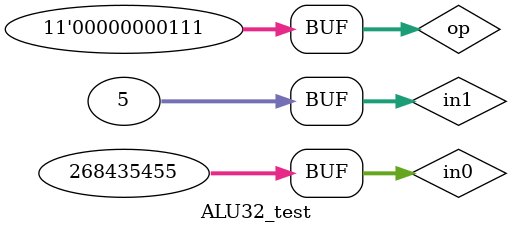
<source format=v>
`timescale 1ns / 1ps


module ALU32_test(

    );
    reg [10:0] op;
    reg [31:0] in0,in1;
    wire [31:0] out;
    wire carryout,overflow,zero;
    ALU32 alu(op,in0,in1,carryout,overflow,zero,out);
    initial
    begin
    //add
         op=11'b00000100000;        
         in0=32'hf2340000;
         in1=32'h80000000;
    #20  in0=32'h7fffffff;
         in1=32'h70000001;
    #20  in0=32'h7fffffff;
         in1=32'hf0000001;
    #20  in0=32'hffffffff;
         in1=32'h00000001;
    //addu          
    #20  op=11'b00000100001;   
         in0=32'hf2340000;
         in1=32'h80000000;
    #20  in0=32'h7fffffff;
         in1=32'h70000001;
    #20  in0=32'hffffffff;
         in1=32'h00000001;
    //sub    
    #20  op=11'b00000100010;        
         in0=32'h72340000;
         in1=32'h60000000;
    #20  in0=32'h7fffffff;
         in1=32'hf0000001;
    #20  in0=32'hf00fffff;
         in1=32'h7ffffff1;
    #20  in0=32'hffffffff;
         in1=32'hffffffff;
    #20  in0=32'hf0000000;
         in1=32'h0fffffff; 
    //subu
    #20  op=11'b00000100011;        
         in0=32'h72340000;
         in1=32'h60000000;
    #20  in0=32'h7fffffff;
         in1=32'hf0000001;
    #20  in0=32'hffffffff;
         in1=32'hffffffff;
    #20  in0=32'hf0000000;
         in1=32'h0fffffff; 
    //and
    #20  op=11'b00000100100;        
         in0=32'h72340000;
         in1=32'h60000000;
    #20  in0=32'h7fffffff;
         in1=32'h00000000; 
    //or
    #20  op=11'b00000100101;        
         in0=32'h00000000;
         in1=32'h00000000;
    #20  in0=32'h7fffffff;
         in1=32'hf0000001;
    //xor
    #20  op=11'b00000100110;        
         in0=32'ha0000000;
         in1=32'h50000000;
    #20  in0=32'h7fffffff;
         in1=32'hf0000001;
    //nor
    #20  op=11'b00000100111;        
         in0=32'h123451ff;
         in1=32'h60000000;
    #20  in0=32'h7fffffff;
         in1=32'hf0000001;
    //slt
    #20  op=11'b00000101010;        
         in0=32'h72340000;
         in1=32'hf0000000;
    #20  in0=32'h7000000f;
         in1=32'h7f000001;
    #20  in0=32'hf0001231;
         in1=32'h7ac34545;
    //sltu
    #20  op=11'b00000101011;        
         in0=32'h72340000;
         in1=32'hf0000000;
    #20  in0=32'h7000000f;
         in1=32'h7f000001;
    #20  in0=32'hf0001231;
         in1=32'h7ac34545;
    //shl
    #20  op=11'b00000000100;
         in0=32'hffffffff;
         in1=32'd5;
    //shr
    #20  op=11'b00000000110;
         in0=32'hffffffff;
         in1=32'd5;
    //sar
    #20  op=11'b00000000111;
         in0=32'hffffffff;
         in1=32'd3;
    #20  in0=32'h0fffffff;
         in1=32'd5;
    end
    
endmodule

</source>
